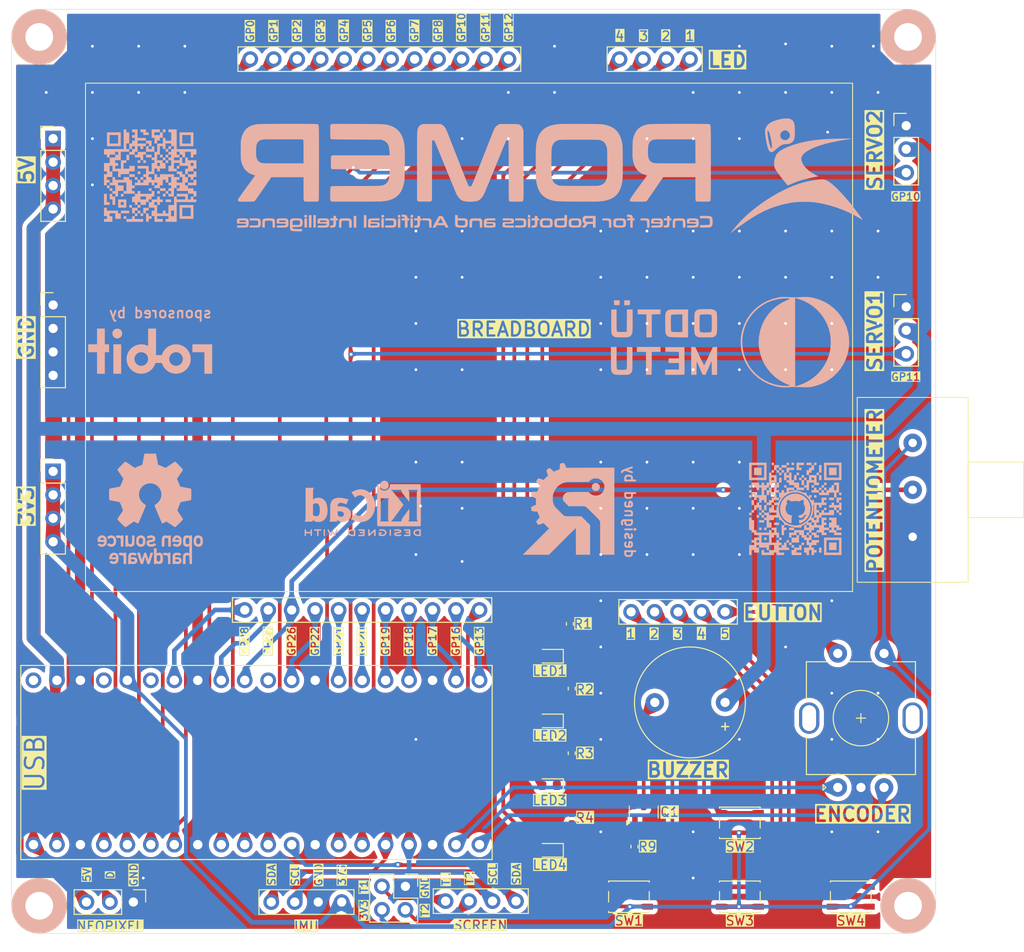
<source format=kicad_pcb>
(kicad_pcb (version 20240108) (generator "pcbnew") (generator_version "8.0")
  (layers (0 "F.Cu" signal) (31 "B.Cu" signal) (34 "B.Paste" user) (35 "F.Paste" user) (36 "B.SilkS" user "B.Silkscreen") (37 "F.SilkS" user "F.Silkscreen") (38 "B.Mask" user) (39 "F.Mask" user) (44 "Edge.Cuts" user))
  (net 0 "")
  (net 1 "Net-(LED1-K)")
  (net 2 "/LED1")
  (net 3 "/LED2")
  (net 4 "Net-(LED2-K)")
  (net 5 "/LED3")
  (net 6 "Net-(LED3-K)")
  (net 7 "/LED4")
  (net 8 "Net-(LED4-K)")
  (net 9 "/BUZZER")
  (net 10 "+5V")
  (net 11 "GND")
  (net 12 "+3.3V")
  (net 13 "/GPIO12")
  (net 14 "/GPIO13")
  (net 15 "/SW1")
  (net 16 "/SW2")
  (net 17 "Net-(BZ1--)")
  (net 18 "/SW4")
  (net 19 "/SW3")
  (net 20 "Net-(Q1-B)")
  (net 21 "/GPIO10")
  (net 22 "/A")
  (net 23 "/B")
  (net 24 "/GPIO11")
  (net 25 "/GPIO0")
  (net 26 "/SW5")
  (net 27 "/GPIO26")
  (net 28 "/GPIO5")
  (net 30 "/GPIO2")
  (net 31 "/GPIO16")
  (net 32 "/GPIO1")
  (net 33 "/GPIO17")
  (net 34 "/GPIO19")
  (net 35 "/GPIO8")
  (net 36 "/GPIO3")
  (net 37 "/GPIO28")
  (net 40 "/GPIO27")
  (net 41 "/GPIO21")
  (net 42 "/GPIO7")
  (net 43 "/GPIO4")
  (net 44 "/GPIO20")
  (net 45 "/GPIO18")
  (net 46 "/GPIO22")
  (net 47 "/GPIO6")
  (net 51 "/T2")
  (net 52 "/T1")
  (footprint "Library:Potentiometer_Omeg_PC16BU_Horizontal" (layer "F.Cu") (at 182.15 84.85)
    (property "Reference" "RV1" (hide yes))
    (property "Value" "R_Potentiometer" (hide yes))
  )
  (footprint "Library:PinHeader_1x12_P2.54mm_Vertical" (layer "F.Cu") (at 110.475 38.25 90)
    (property "Reference" "J6" (hide yes))
    (property "Value" "Conn_01x12" (hide yes))
  )
  (footprint "Library:LED_0603_1608Metric" (layer "F.Cu") (at 142.8625 116.85 180)
    (property "Reference" "LED3")
    (property "Value" "LED")
  )
  (footprint "Library:SOT-23" (layer "F.Cu") (at 153.05 119.7125 90)
    (property "Reference" "Q1")
    (property "Value" "BC817" (hide yes))
  )
  (footprint "Library:MountingHole_3mm" (layer "F.Cu") (at 87.65 129.85)
    (property "Reference" "H3" (hide yes))
    (property "Value" "MountingHole" (hide yes))
  )
  (footprint "Library:MountingHole_3mm" (layer "F.Cu") (at 181.65 129.85)
    (property "Reference" "H4" (hide yes))
    (property "Value" "MountingHole" (hide yes))
  )
  (footprint "Library:Fiducial_1mm_Mask2mm" (layer "F.Cu") (at 100.9 38.35)
    (property "Reference" "FID4" (hide yes))
    (property "Value" "Fiducial" (hide yes))
  )
  (footprint "Library:SW_SPST_PTS810" (layer "F.Cu") (at 151.449293 128.875707 180)
    (property "Reference" "SW1")
    (property "Value" "SW_SPST")
  )
  (footprint "Library:SW_SPST_PTS810" (layer "F.Cu") (at 163.449293 128.875707 180)
    (property "Reference" "SW3")
    (property "Value" "SW_SPST" (hide yes))
  )
  (footprint "Library:LED_0603_1608Metric" (layer "F.Cu") (at 142.8625 102.85 180)
    (property "Reference" "LED1")
    (property "Value" "LED")
  )
  (footprint "Library:R_0402_1005Metric" (layer "F.Cu") (at 145.2625 120.35 90)
    (property "Reference" "R4")
    (property "Value" "R_US" (hide yes))
  )
  (footprint "Library:MountingHole_3mm" (layer "F.Cu") (at 181.65 35.85)
    (property "Reference" "H2" (hide yes))
    (property "Value" "MountingHole" (hide yes))
  )
  (footprint "Library:PinHeader_1x11_P2.54mm_Vertical" (layer "F.Cu") (at 109.88 97.85 90)
    (property "Reference" "J7" (hide yes))
    (property "Value" "Conn_01x11" (hide yes))
  )
  (footprint "Library:R_0402_1005Metric" (layer "F.Cu") (at 152.05 123.45 90)
    (property "Reference" "R9")
    (property "Value" "1K")
  )
  (footprint "Library:PinHeader_1x05_P2.54mm_Vertical" (layer "F.Cu") (at 151.69 98.05 90)
    (property "Reference" "J1" (hide yes))
    (property "Value" "Conn_01x05" (hide yes))
  )
  (footprint "Library:SW_SPST_PTS810" (layer "F.Cu") (at 175.449293 128.875707 180)
    (property "Reference" "SW4")
    (property "Value" "SW_SPST" (hide yes))
  )
  (footprint "Library:RPi_Pico_SMD_TH" (layer "F.Cu") (at 111.15 114.35 90)
    (property "Reference" "U1" (hide yes))
    (property "Value" "Pico" (hide yes))
  )
  (footprint "Library:PinHeader_1x04_P2.54mm_Vertical" (layer "F.Cu") (at 131.61 129.35 90)
    (property "Reference" "J8" (hide yes))
    (property "Value" "SCREEN CONNECTOR" (hide yes))
  )
  (footprint "Library:LED_0603_1608Metric" (layer "F.Cu") (at 142.8625 123.85 180)
    (property "Reference" "LED4")
    (property "Value" "LED")
  )
  (footprint "Library:Fiducial_1mm_Mask2mm" (layer "F.Cu") (at 176.828572 124.1)
    (property "Reference" "FID2" (hide yes))
    (property "Value" "Fiducial" (hide yes))
  )
  (footprint "Library:PinHeader_1x04_P2.54mm_Vertical" (layer "F.Cu") (at 89.15 82.85)
    (property "Reference" "J5" (hide yes))
    (property "Value" "3.3V CONNECTOR" (hide yes))
  )
  (footprint "Library:PinHeader_1x04_P2.54mm_Vertical" (layer "F.Cu") (at 120.37 129.45 -90)
    (property "Reference" "J10" (hide yes))
    (property "Value" "MPU6050 CONNECTOR" (hide yes))
  )
  (footprint "Library:Breadboard" (layer "F.Cu") (at 92.65 40.85)
    (property "Reference" "U2" (hide yes))
    (property "Value" "BREADBOARD" (hide yes))
  )
  (footprint "Library:LED_0603_1608Metric" (layer "F.Cu") (at 142.8625 109.85 180)
    (property "Reference" "LED2")
    (property "Value" "LED")
  )
  (footprint "Library:Buzzer_12mm7.6" (layer "F.Cu") (at 161.85 107.85 180)
    (property "Reference" "BZ1" (hide yes))
    (property "Value" "Buzzer" (hide yes))
  )
  (footprint "Library:PinHeader_1x03_P2.54mm_Vertical" (layer "F.Cu") (at 181.45 45.45)
    (property "Reference" "J9" (hide yes))
    (property "Value" "Conn_01x03" (hide yes))
  )
  (footprint "Library:PinHeader_1x03_P2.54mm_Vertical" (layer "F.Cu") (at 181.45 65.05)
    (property "Reference" "J11" (hide yes))
    (property "Value" "Conn_01x03" (hide yes))
  )
  (footprint "Library:PinHeader_1x04_P2.54mm_Vertical" (layer "F.Cu") (at 89.15 64.85)
    (property "Reference" "J4" (hide yes))
    (property "Value" "GND CONNECTOR" (hide yes))
  )
  (footprint "Library:Fiducial_1mm_Mask2mm" (layer "F.Cu") (at 105.3 129.45)
    (property "Reference" "FID1" (hide yes))
    (property "Value" "Fiducial" (hide yes))
  )
  (footprint "Library:SW_SPST_PTS810" (layer "F.Cu") (at 163.449293 120.875707 180)
    (property "Reference" "SW2")
    (property "Value" "SW_SPST" (hide yes))
  )
  (footprint "Library:R_0402_1005Metric" (layer "F.Cu") (at 145.2625 113.35 90)
    (property "Reference" "R3")
    (property "Value" "R_US" (hide yes))
  )
  (footprint "Library:PinHeader_1x04_P2.54mm_Vertical" (layer "F.Cu") (at 89.15 46.85)
    (property "Reference" "J3" (hide yes))
    (property "Value" "5V CONNECTOR" (hide yes))
  )
  (footprint "Library:PinHeader_1x04_P2.54mm_Vertical" (layer "F.Cu") (at 158.05 38.25 -90)
    (property "Reference" "J2" (hide yes))
    (property "Value" "LED" (hide yes))
  )
  (footprint "Library:PinHeader_1x03_P2.54mm_Vertical" (layer "F.Cu") (at 97.83 129.45 -90)
    (property "Reference" "J12" (hide yes))
    (property "Value" "Conn_01x03" (hide yes))
  )
  (footprint "Connector_PinHeader_2.54mm:PinHeader_2x02_P2.54mm_Vertical" (layer "F.Cu") (at 127.265 127.75 -90)
    (property "Reference" "J13" (hide yes))
    (property "Value" "Polarity Select" (hide yes))
  )
  (footprint "Library:R_0402_1005Metric" (layer "F.Cu") (at 145.2625 106.35 90)
    (property "Reference" "R2")
    (property "Value" "R_US" (hide yes))
  )
  (footprint "Library:Fiducial_1mm_Mask2mm" (layer "F.Cu") (at 168.6375 38.35)
    (property "Reference" "FID3" (hide yes))
    (property "Value" "Fiducial" (hide yes))
  )
  (footprint "Library:R_0402_1005Metric" (layer "F.Cu") (at 145.0625 99.35 90)
    (property "Reference" "R1")
    (property "Value" "R_US" (hide yes))
  )
  (footprint "Library:RotaryEncoder_Alps_EC11E-Switch_Vertical_H20mm" (layer "F.Cu") (at 174.05 117.05 90)
    (property "Reference" "SW5" (hide yes))
    (property "Value" "RotaryEncoder_Switch_MP" (hide yes))
  )
  (footprint "Library:LOGO" (layer "B.Cu") (at 169.45 86.906646 180)
    (property "Reference" "G***" (hide yes))
    (property "Value" "LOGO" (hide yes))
  )
  (footprint "Library:LOGO" (layer "B.Cu") (at 142.65 50.85 180)
    (property "Reference" "G***" (hide yes))
    (property "Value" "LOGO" (hide yes))
  )
  (footprint "Library:KiCad-Logo2_5mm_SilkScreen" (layer "B.Cu") (at 122.65 86.85 180)
    (property "Reference" "REF**" (hide yes))
    (property "Value" "KiCad-Logo2_5mm_SilkScreen" (hide yes))
  )
  (footprint "Library:MountingHole_3mm" (layer "B.Cu") (at 87.65 35.85 180)
    (property "Reference" "H1" (hide yes))
    (property "Value" "MountingHole" (hide yes))
  )
  (footprint "Library:LOGO" (layer "B.Cu") (at 99.655496 69.85 180)
    (property "Reference" "G***" (hide yes))
    (property "Value" "LOGO" (hide yes))
  )
  (footprint "Library:LOGO" (layer "B.Cu") (at 144.9 86.899841 180)
    (property "Reference" "G***" (hide yes))
    (property "Value" "LOGO" (hide yes))
  )
  (footprint "Library:OSHW-Logo_11.4x12mm_SilkScreen" (layer "B.Cu") (at 99.663717 86.89912 180)
    (property "Reference" "REF**" (hide yes))
    (property "Value" "OSHW-Logo_11.4x12mm_SilkScreen" (hide yes))
  )
  (footprint "Library:LOGO" (layer "B.Cu") (at 162.4 68.85 180)
    (property "Reference" "G***" (hide yes))
    (property "Value" "LOGO" (hide yes))
  )
  (footprint "Library:LOGO" (layer "B.Cu") (at 99.65 50.85 180)
    (property "Reference" "G***" (hide yes))
    (property "Value" "LOGO" (hide yes))
  )
  (gr_arc (start 87.65 132.85) (mid 85.52868 131.97132) (end 84.65 129.85) (stroke (width 0.05)) (layer "Edge.Cuts"))
  (gr_line (start 84.65 129.85) (end 84.65 35.85) (stroke (width 0.05)) (layer "Edge.Cuts"))
  (gr_arc (start 84.65 35.85) (mid 85.52868 33.72868) (end 87.65 32.85) (stroke (width 0.05)) (layer "Edge.Cuts"))
  (gr_arc (start 181.65 32.85) (mid 183.77132 33.72868) (end 184.65 35.85) (stroke (width 0.05)) (layer "Edge.Cuts"))
  (gr_arc (start 184.65 129.85) (mid 183.77132 131.97132) (end 181.65 132.85) (stroke (width 0.05)) (layer "Edge.Cuts"))
  (gr_line (start 181.65 132.85) (end 87.65 132.85) (stroke (width 0.05)) (layer "Edge.Cuts"))
  (gr_line (start 87.65 32.85) (end 181.65 32.85) (stroke (width 0.05)) (layer "Edge.Cuts"))
  (gr_line (start 184.65 35.85) (end 184.65 129.85) (stroke (width 0.05)) (layer "Edge.Cuts"))
  (gr_text "sponsored by\n" (at 106.4 66.35 0) (layer "B.SilkS") (effects (font (size 1.1 1.1) (thickness 0.2) (bold yes)) (justify left bottom mirror)))
  (gr_text "designed by\n" (at 150.9 92.35 270) (layer "B.SilkS") (effects (font (size 1.1 1.1) (thickness 0.2) (bold yes)) (justify left bottom mirror)))
  (gr_text "SERVO2\n" (at 178.95 52.560714 90) (layer "F.SilkS" knockout) (effects (font (size 1.5 1.5) (thickness 0.3) (bold yes)) (justify left bottom)))
  (gr_text "3" (at 156.73 100.45 0) (layer "F.SilkS" knockout) (effects (font (size 1 1))))
  (gr_text "ENCODER\n" (at 171.35 120.85 0) (layer "F.SilkS" knockout) (effects (font (size 1.5 1.5) (thickness 0.3) (bold yes)) (justify left bottom)))
  (gr_text "T2" (at 134.66875 127.630952 90) (layer "F.SilkS" knockout) (effects (font (size 0.8 0.8) (thickness 0.15) (bold yes)) (justify left bottom)))
  (gr_text "3V3\n" (at 123.25 131.539762 90) (layer "F.SilkS" knockout) (effects (font (size 0.8 0.8) (thickness 0.15) (bold yes)) (justify left bottom)))
  (gr_text "SCL\n" (at 137.20875 127.630952 90) (layer "F.SilkS" knockout) (effects (font (size 0.8 0.8) (thickness 0.15) (bold yes)) (justify left bottom)))
  (gr_text "3V3\n" (at 120.88875 127.730952 90) (layer "F.SilkS" knockout) (effects (font (size 0.8 0.8) (thickness 0.15) (bold yes)) (justify left bottom)))
  (gr_text "GP11\n" (at 179.743095 73.1 0) (layer "F.SilkS" knockout) (effects (font (size 0.8 0.8) (thickness 0.15) (bold yes)) (justify left bottom)))
  (gr_text "2\n" (at 155.45 35.75 0) (layer "F.SilkS" knockout) (effects (font (size 1 1))))
  (gr_text "GND" (at 129.85 129.114048 90) (layer "F.SilkS" knockout) (effects (font (size 0.8 0.8) (thickness 0.15) (bold yes)) (justify left bottom)))
  (gr_text "T1" (at 132.12875 127.745238 90) (layer "F.SilkS" knockout) (effects (font (size 0.8 0.8) (thickness 0.15) (bold yes)) (justify left bottom)))
  (gr_text "SDA\n" (at 113.26875 127.730952 90) (layer "F.SilkS" knockout) (effects (font (size 0.8 0.8) (thickness 0.15) (bold yes)) (justify left bottom)))
  (gr_text "GND" (at 98.34875 127.845238 90) (layer "F.SilkS" knockout) (effects (font (size 0.8 0.8) (thickness 0.15) (bold yes)) (justify left bottom)))
  (gr_text "GP10" (at 179.743095 53.6 0) (layer "F.SilkS" knockout) (effects (font (size 0.8 0.8) (thickness 0.15) (bold yes)) (justify left bottom)))
  (gr_text "D\n" (at 95.80875 127.02619 90) (layer "F.SilkS" knockout) (effects (font (size 0.8 0.8) (thickness 0.15) (bold yes)) (justify left bottom)))
  (gr_text "BUZZER" (at 153.25 116.05 0) (layer "F.SilkS" knockout) (effects (font (size 1.5 1.5) (thickness 0.3) (bold yes)) (justify left bottom)))
  (gr_text "3V3" (at 87.15 88.85 90) (layer "F.SilkS" knockout) (effects (font (size 1.5 1.5) (thickness 0.3) (bold yes)) (justify left bottom)))
  (gr_text "4" (at 159.27 100.45 0) (layer "F.SilkS" knockout) (effects (font (size 1 1))))
  (gr_text "SCREEN" (at 132.380238 132.55 0) (layer "F.SilkS" knockout) (effects (font (size 1 1)) (justify left bottom)))
  (gr_text "5" (at 161.85 100.45 0) (layer "F.SilkS" knockout) (effects (font (size 1 1))))
  (gr_text "T2" (at 129.85 131.120715 90) (layer "F.SilkS" knockout) (effects (font (size 0.8 0.8) (thickness 0.15) (bold yes)) (justify left bottom)))
  (gr_text "POTENTIOMETER" (at 178.95 93.97143 90) (layer "F.SilkS" knockout) (effects (font (size 1.5 1.5) (thickness 0.3) (bold yes)) (justify left bottom)))
  (gr_text "5V\n" (at 93.26875 127.35 90) (layer "F.SilkS" knockout) (effects (font (size 0.8 0.8) (thickness 0.15) (bold yes)) (justify left bottom)))
  (gr_text "GND" (at 118.34875 127.845238 90) (layer "F.SilkS" knockout) (effects (font (size 0.8 0.8) (thickness 0.15) (bold yes)) (justify left bottom)))
  (gr_text "3" (at 153.05 35.75 0) (layer "F.SilkS" knockout) (effects (font (size 1 1))))
  (gr_text "1\n" (at 151.65 100.45 0) (layer "F.SilkS" knockout) (effects (font (size 1 1))))
  (gr_text "4" (at 150.45 35.75 0) (layer "F.SilkS" knockout) (effects (font (size 1 1))))
  (gr_text "5V" (at 87.15 51.85 90) (layer "F.SilkS" knockout) (effects (font (size 1.5 1.5) (thickness 0.3) (bold yes)) (justify left bottom)))
  (gr_text "NEOPIXEL\n" (at 91.608572 132.65 0) (layer "F.SilkS" knockout) (effects (font (size 1 1) (thickness 0.15) (bold yes)) (justify left bottom)))
  (gr_text "T1" (at 123.25 128.580715 90) (layer "F.SilkS" knockout) (effects (font (size 0.8 0.8) (thickness 0.15) (bold yes)) (justify left bottom)))
  (gr_text "2\n" (at 154.19 100.45 0) (layer "F.SilkS" knockout) (effects (font (size 1 1))))
  (gr_text "SERVO1\n" (at 178.95 72.160714 90) (layer "F.SilkS" knockout) (effects (font (size 1.5 1.5) (thickness 0.3) (bold yes)) (justify left bottom)))
  (gr_text "IMU\n" (at 115.111667 132.65 0) (layer "F.SilkS" knockout) (effects (font (size 1 1)) (justify left bottom)))
  (gr_text "SCL" (at 115.80875 127.75 90) (layer "F.SilkS" knockout) (effects (font (size 0.8 0.8) (thickness 0.15) (bold yes)) (justify left bottom)))
  (gr_text "BUTTON" (at 163.65 99.05 0) (layer "F.SilkS" knockout) (effects (font (size 1.5 1.5) (thickness 0.3) (bold yes)) (justify left bottom)))
  (gr_text "1\n" (at 158.05 35.75 0) (layer "F.SilkS" knockout) (effects (font (size 1 1))))
  (gr_text "SDA" (at 139.74875 127.65 90) (layer "F.SilkS" knockout) (effects (font (size 0.8 0.8) (thickness 0.15) (bold yes)) (justify left bottom)))
  (gr_text "LED" (at 159.85 39.25 0) (layer "F.SilkS" knockout) (effects (font (size 1.5 1.5) (thickness 0.3) (bold yes)) (justify left bottom)))
  (gr_text "GND" (at 87.15 70.85 90) (layer "F.SilkS" knockout) (effects (font (size 1.5 1.5) (thickness 0.3) (bold yes)) (justify left bottom)))
  (segment (start 143.65 102.85) (end 143.65 101.2725) (width 0.4) (layer "F.Cu") (net 1))
  (segment (start 143.65 101.2725) (end 145.0625 99.86) (width 0.4) (layer "F.Cu") (net 1))
  (segment (start 142.075 54.225) (end 158.05 38.25) (width 0.4) (layer "F.Cu") (net 2))
  (segment (start 142.075 102.85) (end 142.075 54.225) (width 0.4) (layer "F.Cu") (net 2))
  (segment (start 140.45 108.05) (end 142.075 109.675) (width 0.4) (layer "F.Cu") (net 3))
  (segment (start 155.51 38.25) (end 140.45 53.31) (width 0.4) (layer "F.Cu") (net 3))
  (segment (start 142.075 109.675) (end 142.075 109.85) (width 0.4) (layer "F.Cu") (net 3))
  (segment (start 140.45 53.31) (end 140.45 108.05) (width 0.4) (layer "F.Cu") (net 3))
  (segment (start 143.65 109.85) (end 143.65 108.4725) (width 0.4) (layer "F.Cu") (net 4))
  (segment (start 143.65 108.4725) (end 145.2625 106.86) (width 0.4) (layer "F.Cu") (net 4))
  (segment (start 142.075 116.85) (end 139.05 113.825) (width 0.4) (layer "F.Cu") (net 5))
  (segment (start 139.05 113.825) (end 139.05 52.17) (width 0.4) (layer "F.Cu") (net 5))
  (segment (start 139.05 52.17) (end 152.97 38.25) (width 0.4) (layer "F.Cu") (net 5))
  (segment (start 143.65 116.85) (end 143.65 115.4725) (width 0.4) (layer "F.Cu") (net 6))
  (segment (start 143.65 115.4725) (end 145.2625 113.86) (width 0.4) (layer "F.Cu") (net 6))
  (segment (start 137.85 50.83) (end 137.85 119.625) (width 0.4) (layer "F.Cu") (net 7))
  (segment (start 137.85 119.625) (end 142.075 123.85) (width 0.4) (layer "F.Cu") (net 7))
  (segment (start 150.43 38.25) (end 137.85 50.83) (width 0.4) (layer "F.Cu") (net 7))
  (segment (start 143.65 123.85) (end 143.65 122.4725) (width 0.4) (layer "F.Cu") (net 8))
  (segment (start 143.65 122.4725) (end 145.2625 120.86) (width 0.4) (layer "F.Cu") (net 8))
  (segment (start 126.5 125.45) (end 150.56 125.45) (width 0.4) (layer "F.Cu") (net 9))
  (segment (start 150.56 125.45) (end 152.05 123.96) (width 0.4) (layer "F.Cu") (net 9))
  (segment (start 126.45 125.4) (end 126.5 125.45) (width 0.4) (layer "F.Cu") (net 9))
  (via (at 126.45 125.4) (size 0.6) (drill 0.3) (layers "F.Cu" "B.Cu") (net 9))
  (segment (start 126.4 125.45) (end 116.45 125.45) (width 0.4) (layer "B.Cu") (net 9))
  (segment (start 116.45 125.45) (end 114.96 123.96) (width 0.4) (layer "B.Cu") (net 9))
  (segment (start 114.96 123.96) (end 114.96 123.24) (width 0.4) (layer "B.Cu") (net 9))
  (segment (start 126.45 125.4) (end 126.4 125.45) (width 0.4) (layer "B.Cu") (net 9))
  (segment (start 87.489695 126.1) (end 89.65 126.1) (width 0.8) (layer "F.Cu") (net 10))
  (segment (start 89.56 105.46) (end 89.56 106.54) (width 0.8) (layer "F.Cu") (net 10))
  (segment (start 85.55 110.55) (end 85.55 124.160305) (width 0.8) (layer "F.Cu") (net 10))
  (segment (start 85.55 124.160305) (end 87.489695 126.1) (width 0.8) (layer "F.Cu") (net 10))
  (segment (start 89.56 105.46) (end 89.56 103.36) (width 1.5) (layer "F.Cu") (net 10))
  (segment (start 89.56 103.36) (end 87.05 100.85) (width 1.5) (layer "F.Cu") (net 10))
  (segment (start 89.56 106.54) (end 85.55 110.55) (width 0.8) (layer "F.Cu") (net 10))
  (segment (start 87.05 100.85) (end 87.05 56.57) (width 1.5) (layer "F.Cu") (net 10))
  (segment (start 89.15 54.47) (end 89.15 46.85) (width 1.5) (layer "F.Cu") (net 10))
  (segment (start 87.05 56.57) (end 89.15 54.47) (width 1.5) (layer "F.Cu") (net 10))
  (segment (start 89.65 126.1) (end 93 129.45) (width 0.8) (layer "F.Cu") (net 10))
  (segment (start 179.25 78.25) (end 183.4 74.1) (width 1.5) (layer "B.Cu") (net 10))
  (segment (start 182.91 67.59) (end 183.4 67.1) (width 1.5) (layer "B.Cu") (net 10))
  (segment (start 166.05 78.25) (end 179.25 78.25) (width 1.5) (layer "B.Cu") (net 10))
  (segment (start 87.02 100.82) (end 89.56 103.36) (width 1.5) (layer "B.Cu") (net 10))
  (segment (start 181.45 67.59) (end 182.91 67.59) (width 1.5) (layer "B.Cu") (net 10))
  (segment (start 166.05 103.65) (end 161.85 107.85) (width 1.5) (layer "B.Cu") (net 10))
  (segment (start 183.4 48.65) (end 182.74 47.99) (width 1.5) (layer "B.Cu") (net 10))
  (segment (start 89.56 103.36) (end 89.56 105.46) (width 1.5) (layer "B.Cu") (net 10))
  (segment (start 182.74 47.99) (end 181.45 47.99) (width 1.5) (layer "B.Cu") (net 10))
  (segment (start 166.05 78.25) (end 166.05 103.65) (width 1.5) (layer "B.Cu") (net 10))
  (segment (start 182.19 67.59) (end 181.45 67.59) (width 1.5) (layer "B.Cu") (net 10))
  (segment (start 87.02 56.6) (end 87.02 78.25) (width 1.5) (layer "B.Cu") (net 10))
  (segment (start 183.4 74.1) (end 183.4 68.8) (width 1.5) (layer "B.Cu") (net 10))
  (segment (start 89.15 54.47) (end 87.02 56.6) (width 1.5) (layer "B.Cu") (net 10))
  (segment (start 183.4 68.8) (end 182.19 67.59) (width 1.5) (layer "B.Cu") (net 10))
  (segment (start 183.4 67.1) (end 183.4 48.65) (width 1.5) (layer "B.Cu") (net 10))
  (segment (start 87.02 78.25) (end 87.02 100.82) (width 1.5) (layer "B.Cu") (net 10))
  (segment (start 87.02 78.25) (end 166.05 78.25) (width 1.5) (layer "B.Cu") (net 10))
  (segment (start 89.15 72.47) (end 89.15 64.85) (width 1.5) (layer "F.Cu") (net 11))
  (via (at 163.4 56.85) (size 0.6) (drill 0.3) (layers "F.Cu" "B.Cu") (net 11))
  (via (at 163.4 61.85) (size 0.6) (drill 0.3) (layers "F.Cu" "B.Cu") (net 11))
  (via (at 168.4 36.6) (size 0.6) (drill 0.3) (layers "F.Cu" "B.Cu") (net 11))
  (via (at 148.4 91.85) (size 0.6) (drill 0.3) (layers "F.Cu" "B.Cu") (net 11))
  (via (at 153.4 91.85) (size 0.6) (drill 0.3) (layers "F.Cu" "B.Cu") (net 11))
  (via (at 168.4 66.85) (size 0.6) (drill 0.3) (layers "F.Cu" "B.Cu") (net 11))
  (via (at 128.4 56.85) (size 0.6) (drill 0.3) (layers "F.Cu" "B.Cu") (net 11))
  (via (at 143.4 41.85) (size 0.6) (drill 0.3) (layers "F.Cu" "B.Cu") (net 11))
  (via (at 173.4 36.85) (size 0.6) (drill 0.3) (layers "F.Cu" "B.Cu") (net 11))
  (via (at 148.4 56.85) (size 0.6) (drill 0.3) (layers "F.Cu" "B.Cu") (net 11))
  (via (at 173.4 56.85) (size 0.6) (drill 0.3) (layers "F.Cu" "B.Cu") (net 11))
  (via (at 158.4 41.85) (size 0.6) (drill 0.3) (layers "F.Cu" "B.Cu") (net 11))
  (via (at 178.4 66.85) (size 0.6) (drill 0.3) (layers "F.Cu" "B.Cu") (net 11))
  (via (at 128.4 81.85) (size 0.6) (drill 0.3) (layers "F.Cu" "B.Cu") (net 11))
  (via (at 93.4 46.85) (size 0.6) (drill 0.3) (layers "F.Cu" "B.Cu") (net 11))
  (via (at 103.4 36.85) (size 0.6) (drill 0.3) (layers "F.Cu" "B.Cu") (net 11))
  (via (at 153.4 86.85) (size 0.6) (drill 0.3) (layers "F.Cu" "B.Cu") (net 11))
  (via (at 158.4 126.85) (size 0.6) (drill 0.3) (layers "F.Cu" "B.Cu") (net 11))
  (via (at 133.4 56.85) (size 0.6) (drill 0.3) (layers "F.Cu" "B.Cu") (net 11))
  (via (at 133.4 71.85) (size 0.6) (drill 0.3) (layers "F.Cu" "B.Cu") (net 11))
  (via (at 88.4 41.85) (size 0.6) (drill 0.3) (layers "F.Cu" "B.Cu") (net 11))
  (via (at 173.4 41.85) (size 0.6) (drill 0.3) (layers "F.Cu" "B.Cu") (net 11))
  (via (at 148.4 81.85) (size 0.6) (drill 0.3) (layers "F.Cu" "B.Cu") (net 11))
  (via (at 173.4 111.85) (size 0.6) (drill 0.3) (layers "F.Cu" "B.Cu") (net 11))
  (via (at 148.4 66.85) (size 0.6) (drill 0.3) (layers "F.Cu" "B.Cu") (net 11))
  (via (at 158.4 61.85) (size 0.6) (drill 0.3) (layers "F.Cu" "B.Cu") (net 11))
  (via (at 158.4 86.85) (size 0.6) (drill 0.3) (layers "F.Cu" "B.Cu") (net 11))
  (via (at 128.4 71.85) (size 0.6) (drill 0.3) (layers "F.Cu" "B.Cu") (net 11))
  (via (at 163.4 91.85) (size 0.6) (drill 0.3) (layers "F.Cu" "B.Cu") (net 11))
  (via (at 168.4 101.85) (size 0.6) (drill 0.3) (layers "F.Cu" "B.Cu") (net 11))
  (via (at 128.4 91.85) (size 0.6) (drill 0.3) (layers "F.Cu" "B.Cu") (net 11))
  (via (at 153.4 56.85) (size 0.6) (drill 0.3) (layers "F.Cu" "B.Cu") (net 11))
  (via (at 138.4 41.85) (size 0.6) (drill 0.3) (layers "F.Cu" "B.Cu") (net 11))
  (via (at 158.4 81.85) (size 0.6) (drill 0.3) (layers "F.Cu" "B.Cu") (net 11))
  (via (at 178.4 71.85) (size 0.6) (drill 0.3) (layers "F.Cu" "B.Cu") (net 11))
  (via (at 148.4 101.85) (size 0.6) (drill 0.3) (layers "F.Cu" "B.Cu") (net 11))
  (via (at 133.4 81.85) (size 0.6) (drill 0.3) (layers "F.Cu" "B.Cu") (net 11))
  (via (at 93.4 51.85) (size 0.6) (drill 0.3) (layers "F.Cu" "B.Cu") (net 11))
  (via (at 173.4 71.85) (size 0.6) (drill 0.3) (layers "F.Cu" "B.Cu") (net 11))
  (via (at 163.4 66.85) (size 0.6) (drill 0.3) (layers "F.Cu" "B.Cu") (net 11))
  (via (at 148.4 106.85) (size 0.6) (drill 0.3) (layers "F.Cu" "B.Cu") (net 11))
  (via (at 178.4 46.85) (size 0.6) (drill 0.3) (layers "F.Cu" "B.Cu") (net 11))
  (via (at 178.4 121.85) (size 0.6) (drill 0.3) (layers "F.Cu" "B.Cu") (net 11))
  (via (at 163.4 81.85) (size 0.6) (drill 0.3) (layers "F.Cu" "B.Cu") (net 11))
  (via (at 168.4 71.85) (size 0.6) (drill 0.3) (layers "F.Cu" "B.Cu") (net 11))
  (via (at 177.9 36.85) (size 0.6) (drill 0.3) (layers "F.Cu" "B.Cu") (net 11))
  (via (at 163.4 71.85) (size 0.6) (drill 0.3) (layers "F.Cu" "B.Cu") (net 11))
  (via (at 173.4 106.85) (size 0.6) (drill 0.3) (layers "F.Cu" "B.Cu") (net 11))
  (via (at 163.4 86.85) (size 0.6) (drill 0.3) (layers "F.Cu" "B.Cu") (net 11))
  (via (at 148.4 121.85) (size 0.6) (drill 0.3) (layers "F.Cu" "B.Cu") (net 11))
  (via (at 133.4 92.6) (size 0.6) (drill 0.3) (layers "F.Cu" "B.Cu") (net 11))
  (via (at 93.4 41.85) (size 0.6) (drill 0.3) (layers "F.Cu" "B.Cu") (net 11))
  (via (at 148.4 96.85) (size 0.6) (drill 0.3) (layers "F.Cu" "B.Cu") (net 11))
  (via (at 163.4 36.85) (size 0.6) (drill 0.3) (layers "F.Cu" "B.Cu") (net 11))
  (via (at 172.95 46.15) (size 0.6) (drill 0.3) (layers "F.Cu" "B.Cu") (net 11))
  (via (at 173.4 121.85) (size 0.6) (drill 0.3) (layers "F.Cu" "B.Cu") (net 11))
  (via (at 173.4 96.85) (size 0.6) (drill 0.3) (layers "F.Cu" "B.Cu") (net 11))
  (via (at 93.4 36.85) (size 0.6) (drill 0.3) (layers "F.Cu" "B.Cu") (net 11))
  (via (at 153.4 61.85) (size 0.6) (drill 0.3) (layers "F.Cu" "B.Cu") (net 11))
  (via (at 158.4 46.85) (size 0.6) (drill 0.3) (layers "F.Cu" "B.Cu") (net 11))
  (via (at 153.4 81.85) (size 0.6) (drill 0.3) (layers "F.Cu" "B.Cu") (net 11))
  (via (at 178.4 41.85) (size 0.6) (drill 0.3) (layers "F.Cu" "B.Cu") (net 11))
  (via (at 178.4 61.85) (size 0.6) (drill 0.3) (layers "F.Cu" "B.Cu") (net 11))
  (via (at 163.4 111.85) (size 0.6) (drill 0.3) (layers "F.Cu" "B.Cu") (net 11))
  (via (at 98.4 36.85) (size 0.6) (drill 0.3) (layers "F.Cu" "B.Cu") (net 11))
  (via (at 158.4 56.85) (size 0.6) (drill 0.3) (layers "F.Cu" "B.Cu") (net 11))
  (via (at 168.4 41.85) (size 0.6) (drill 0.3) (layers "F.Cu" "B.Cu") (net 11))
  (via (at 133.4 61.85) (size 0.6) (drill 0.3) (layers "F.Cu" "B.Cu") (net 11))
  (via (at 98.4 41.85) (size 0.6) (drill 0.3) (layers "F.Cu" "B.Cu") (net 11))
  (via (at 153.4 71.85) (size 0.6) (drill 0.3) (layers "F.Cu" "B.Cu") (net 11))
  (via (at 133.4 86.85) (size 0.6) (drill 0.3) (layers "F.Cu" "B.Cu") (net 11))
  (via (at 133.4 46.85) (size 0.6) (drill 0.3) (layers "F.Cu" "B.Cu") (net 11))
  (via (at 173.4 66.85) (size 0.6) (drill 0.3) (layers "F.Cu" "B.Cu") (net 11))
  (via (at 158.4 71.85) (size 0.6) (drill 0.3) (layers "F.Cu" "B.Cu") (net 11))
  (via (at 148.4 86.85) (size 0.6) (drill 0.3) (layers "F.Cu" "B.Cu") (net 11))
  (via (at 158.4 91.85) (size 0.6) (drill 0.3) (layers "F.Cu" "B.Cu") (net 11))
  (via (at 168.4 61.85) (size 0.6) (drill 0.3) (layers "F.Cu" "B.Cu") (net 11))
  (via (at 158.4 66.85) (size 0.6) (drill 0.3) (layers "F.Cu" "B.Cu") (net 11))
  (via (at 128.4 66.85) (size 0.6) (drill 0.3) (layers "F.Cu" "B.Cu") (net 11))
  (via (at 163.4 41.85) (size 0.6) (drill 0.3) (layers "F.Cu" "B.Cu") (net 11))
  (via (at 148.4 61.85) (size 0.6) (drill 0.3) (layers "F.Cu" "B.Cu") (net 11))
  (via (at 153.4 66.85) (size 0.6) (drill 0.3) (layers "F.Cu" "B.Cu") (net 11))
  (via (at 103.4 41.85) (size 0.6) (drill 0.3) (layers "F.Cu" "B.Cu") (net 11))
  (via (at 128.9 86.6) (size 0.6) (drill 0.3) (layers "F.Cu" "B.Cu") (net 11))
  (via (at 133.4 66.85) (size 0.6) (drill 0.3) (layers "F.Cu" "B.Cu") (net 11))
  (via (at 148.4 111.85) (size 0.6) (drill 0.3) (layers "F.Cu" "B.Cu") (net 11))
  (via (at 168.4 56.85) (size 0.6) (drill 0.3) (layers "F.Cu" "B.Cu") (net 11))
  (via (at 153.4 46.85) (size 0.6) (drill 0.3) (layers "F.Cu" "B.Cu") (net 11))
  (via (at 98.9 126.85) (size 0.6) (drill 0.3) (layers "F.Cu" "B.Cu") (net 11))
  (via (at 138.4 46.85) (size 0.6) (drill 0.3) (layers "F.Cu" "B.Cu") (net 11))
  (via (at 158.4 121.85) (size 0.6) (drill 0.3) (layers "F.Cu" "B.Cu") (net 11))
  (via (at 178.4 111.85) (size 0.6) (drill 0.3) (layers "F.Cu" "B.Cu") (net 11))
  (via (at 128.4 111.85) (size 0.6) (drill 0.3) (layers "F.Cu" "B.Cu") (net 11))
  (via (at 178.4 56.85) (size 0.6) (drill 0.3) (layers "F.Cu" "B.Cu") (net 11))
  (via (at 143.4 111.85) (size 0.6) (drill 0.3) (layers "F.Cu" "B.Cu") (net 11))
  (via (at 143.4 36.85) (size 0.6) (drill 0.3) (layers "F.Cu" "B.Cu") (net 11))
  (via (at 128.4 61.85) (size 0.6) (drill 0.3) (layers "F.Cu" "B.Cu") (net 11))
  (via (at 178.4 106.85) (size 0.6) (drill 0.3) (layers "F.Cu" "B.Cu") (net 11))
  (via (at 163.4 46.85) (size 0.6) (drill 0.3) (layers "F.Cu" "B.Cu") (net 11))
  (via (at 148.4 71.85) (size 0.6) (drill 0.3) (layers "F.Cu" "B.Cu") (net 11))
  (via (at 173.4 61.85) (size 0.6) (drill 0.3) (layers "F.Cu" "B.Cu") (net 11))
  (segment (start 153.524293 129.950707) (end 153.498586 129.925) (width 0.4) (layer "F.Cu") (net 12))
  (segment (start 173.2 129.95) (end 173.225 129.925) (width 0.5) (layer "F.Cu") (net 12))
  (segment (start 153.498586 129.925) (end 149.85 129.925) (width 0.4) (layer "F.Cu") (net 12))
  (segment (start 89.15 90.47) (end 89.15 82.85) (width 1.5) (layer "F.Cu") (net 12))
  (segment (start 173.225 129.925) (end 177.475 129.925) (width 0.5) (layer "F.Cu") (net 12))
  (segment (start 161.374293 121.950707) (end 165.524293 121.950707) (width 0.5) (layer "F.Cu") (net 12))
  (segment (start 161.374293 129.950707) (end 165.524293 129.950707) (width 0.5) (layer "F.Cu") (net 12))
  (segment (start 151.55 129.95) (end 151.550707 129.950707) (width 0.4) (layer "F.Cu") (net 12))
  (via (at 151.55 129.95) (size 0.6) (drill 0.3) (layers "F.Cu" "B.Cu") (net 12))
  (via (at 175.45 129.925) (size 0.6) (drill 0.3) (layers "F.Cu" "B.Cu") (net 12))
  (via (at 163.35 121.950707) (size 0.6) (drill 0.3) (layers "F.Cu" "B.Cu") (net 12))
  (via (at 163.35 129.95) (size 0.6) (drill 0.3) (layers "F.Cu" "B.Cu") (net 12))
  (segment (start 124.725 131.325) (end 124.725 130.29) (width 0.5) (layer "B.Cu") (net 12))
  (segment (start 125.5 132.1) (end 149.4 132.1) (width 0.5) (layer "B.Cu") (net 12))
  (segment (start 120.37 129.45) (end 120.37 129.57) (width 0.5) (layer "B.Cu") (net 12))
  (segment (start 103.51 124.51) (end 103.51 111.79) (width 0.4) (layer "B.Cu") (net 12))
  (segment (start 120.35 129.45) (end 120.37 129.45) (width 0.5) (layer "B.Cu") (net 12))
  (segment (start 89.15 90.55) (end 97.18 98.58) (width 1.5) (layer "B.Cu") (net 12))
  (segment (start 179.05 82.87) (end 179.05 102.55) (width 0.4) (layer "B.Cu") (net 12))
  (segment (start 163.35 121.950707) (end 163.35 129.95) (width 0.4) (layer "B.Cu") (net 12))
  (segment (start 120.37 129.57) (end 122.9 132.1) (width 0.5) (layer "B.Cu") (net 12))
  (segment (start 125.45 132.05) (end 125.5 132.1) (width 0.5) (layer "B.Cu") (net 12))
  (segment (start 118.15 131.65) (end 120.35 129.45) (width 0.5) (layer "B.Cu") (net 12))
  (segment (start 175.575 129.925) (end 183.95 121.55) (width 0.4) (layer "B.Cu") (net 12))
  (segment (start 183.95 107.45) (end 179.05 102.55) (width 0.4) (layer "B.Cu") (net 12))
  (segment (start 182.15 79.77) (end 179.05 82.87) (width 0.4) (layer "B.Cu") (net 12))
  (segment (start 110.65 131.65) (end 118.15 131.65) (width 0.5) (layer "B.Cu") (net 12))
  (segment (start 149.4 132.1) (end 151.55 129.95) (width 0.5) (layer "B.Cu") (net 12))
  (segment (start 97.18 98.58) (end 97.18 105.46) (width 1.5) (layer "B.Cu") (net 12))
  (segment (start 175.45 129.925) (end 175.575 129.925) (width 0.4) (layer "B.Cu") (net 12))
  (segment (start 125.45 132.05) (end 124.725 131.325) (width 0.5) (layer "B.Cu") (net 12))
  (segment (start 151.55 129.95) (end 175.425 129.95) (width 0.4) (layer "B.Cu") (net 12))
  (segment (start 106.35 127.35) (end 110.65 131.65) (width 0.5) (layer "B.Cu") (net 12))
  (segment (start 122.9 132.1) (end 125.4 132.1) (width 0.5) (layer "B.Cu") (net 12))
  (segment (start 125.4 132.1) (end 125.45 132.05) (width 0.5) (layer "B.Cu") (net 12))
  (segment (start 89.15 90.47) (end 89.15 90.55) (width 1.5) (layer "B.Cu") (net 12))
  (segment (start 103.51 111.79) (end 97.18 105.46) (width 0.4) (layer "B.Cu") (net 12))
  (segment (start 106.35 127.35) (end 103.51 124.51) (width 0.4) (layer "B.Cu") (net 12))
  (segment (start 183.95 121.55) (end 183.95 107.45) (width 0.4) (layer "B.Cu") (net 12))
  (segment (start 175.425 129.95) (end 175.45 129.925) (width 0.4) (layer "B.Cu") (net 12))
  (segment (start 112.75 128.45) (end 112.75 129.45) (width 0.5) (layer "F.Cu") (net 13))
  (segment (start 123.83 117.83) (end 125.45 119.45) (width 0.4) (layer "F.Cu") (net 13))
  (segment (start 125.45 119.45) (end 125.45 122.91) (width 0.4) (layer "F.Cu") (net 13))
  (segment (start 139.23 129.35) (end 139.23 129.33) (width 0.5) (layer "F.Cu") (net 13))
  (segment (start 125.45 122.91) (end 125.12 123.24) (width 0.4) (layer "F.Cu") (net 13))
  (segment (start 125.12 124.78) (end 123.75 126.15) (width 0.4) (layer "F.Cu") (net 13))
  (segment (start 123.83 52.835) (end 123.83 117.83) (width 0.4) (layer "F.Cu") (net 13))
  (segment (start 136.05 126.15) (end 123.75 126.15) (width 0.5) (layer "F.Cu") (net 13))
  (segment (start 139.23 129.33) (end 136.05 126.15) (width 0.5) (layer "F.Cu") (net 13))
  (segment (start 125.12 123.24) (end 125.12 124.78) (width 0.4) (layer "F.Cu") (net 13))
  (segment (start 123.75 126.15) (end 115.05 126.15) (width 0.5) (layer "F.Cu") (net 13))
  (segment (start 115.05 126.15) (end 112.75 128.45) (width 0.5) (layer "F.Cu") (net 13))
  (segment (start 138.415 38.25) (end 123.83 52.835) (width 0.4) (layer "F.Cu") (net 13))
  (segment (start 134.03 113.87) (end 127.66 120.24) (width 0.4) (layer "F.Cu") (net 14))
  (segment (start 134.03 99.1) (end 134.03 113.87) (width 0.4) (layer "F.Cu") (net 14))
  (segment (start 135.28 97.85) (end 134.03 99.1) (width 0.4) (layer "F.Cu") (net 14))
  (segment (start 127.66 120.24) (end 127.66 123.24) (width 0.4) (layer "F.Cu") (net 14))
  (segment (start 127.66 126.25) (end 133.59 126.25) (width 0.5) (layer "B.Cu") (net 14))
  (segment (start 115.29 128.71) (end 115.29 129.45) (width 0.5) (layer "B.Cu") (net 14))
  (segment (start 127.66 125.65) (end 127.66 126.25) (width 0.5) (layer "B.Cu") (net 14))
  (segment (start 127.66 123.24) (end 127.66 126.25) (width 0.5) (layer "B.Cu") (net 14))
  (segment (start 133.59 126.25) (end 136.69 129.35) (width 0.5) (layer "B.Cu") (net 14))
  (segment (start 117.75 126.25) (end 115.29 128.71) (width 0.5) (layer "B.Cu") (net 14))
  (segment (start 127.66 126.25) (end 117.75 126.25) (width 0.5) (layer "B.Cu") (net 14))
  (segment (start 153.725 127.775) (end 156.15 125.35) (width 0.4) (layer "F.Cu") (net 15))
  (segment (start 156.15 102.51) (end 151.69 98.05) (width 0.4) (layer "F.Cu") (net 15))
  (segment (start 149.374293 127.800707) (end 153.524293 127.800707) (width 0.5) (layer "F.Cu") (net 15))
  (segment (start 156.15 125.35) (end 156.15 102.51) (width 0.4) (layer "F.Cu") (net 15))
  (segment (start 154.23 98.05) (end 159.575 103.395) (width 0.4) (layer "F.Cu") (net 16))
  (segment (start 161.374293 119.800707) (end 165.05 119.800707) (width 0.4) (layer "F.Cu") (net 16))
  (segment (start 159.575 103.395) (end 159.575 118.001414) (width 0.4) (layer "F.Cu") (net 16))
  (segment (start 159.575 118.001414) (end 161.374293 119.800707) (width 0.4) (layer "F.Cu") (net 16))
  (segment (start 153.05 109.05) (end 154.25 107.85) (width 0.4) (layer "F.Cu") (net 17))
  (segment (start 153.05 118.775) (end 153.05 109.05) (width 0.4) (layer "F.Cu") (net 17))
  (segment (start 168.75 107.49) (end 168.75 123.25) (width 0.4) (layer "F.Cu") (net 18))
  (segment (start 159.31 98.05) (end 168.75 107.49) (width 0.4) (layer "F.Cu") (net 18))
  (segment (start 168.75 123.25) (end 173.275 127.775) (width 0.4) (layer "F.Cu") (net 18))
  (segment (start 173.275 127.775) (end 177.498586 127.775) (width 0.4) (layer "F.Cu") (net 18))
  (segment (start 177.498586 127.775) (end 177.524293 127.800707) (width 0.4) (layer "F.Cu") (net 18))
  (segment (start 156.77 98.05) (end 166.95 108.23) (width 0.4) (layer "F.Cu") (net 19))
  (segment (start 166.95 126.375) (end 165.55 127.775) (width 0.4) (layer "F.Cu") (net 19))
  (segment (start 166.95 108.23) (end 166.95 126.375) (width 0.4) (layer "F.Cu") (net 19))
  (segment (start 161.374293 127.800707) (end 165.524293 127.800707) (width 0.5) (layer "F.Cu") (net 19))
  (segment (start 152.05 122.94) (end 152.05 120.7) (width 0.4) (layer "F.Cu") (net 20))
  (segment (start 152.05 120.7) (end 152.1 120.65) (width 0.4) (layer "F.Cu") (net 20))
  (segment (start 118.79 88.51) (end 118.7 88.42) (width 0.4) (layer "F.Cu") (net 21))
  (segment (start 120.04 120.84) (end 118.79 119.59) (width 0.4) (layer "F.Cu") (net 21))
  (segment (start 120.04 123.24) (end 120.04 120.84) (width 0.4) (layer "F.Cu") (net 21))
  (segment (start 118.7 52.885) (end 133.335 38.25) (width 0.4) (layer "F.Cu") (net 21))
  (segment (start 118.7 88.42) (end 118.7 52.885) (width 0.4) (layer "F.Cu") (net 21))
  (segment (start 118.79 119.59) (end 118.79 88.51) (width 0.4) (layer "F.Cu") (net 21))
  (via (at 121.62125 49.96375) (size 0.6) (drill 0.3) (layers "F.Cu" "B.Cu") (net 21))
  (segment (start 122.33 50.53) (end 121.65 49.85) (width 0.4) (layer "B.Cu") (net 21))
  (segment (start 181.45 50.53) (end 122.33 50.53) (width 0.4) (layer "B.Cu") (net 21))
  (segment (start 132.74 123.24) (end 138.93 117.05) (width 0.4) (layer "B.Cu") (net 22))
  (segment (start 138.93 117.05) (end 174.05 117.05) (width 0.4) (layer "B.Cu") (net 22))
  (segment (start 179.05 118.464213) (end 179.05 117.05) (width 0.4) (layer "B.Cu") (net 23))
  (segment (start 177.464213 120.05) (end 179.05 118.464213) (width 0.4) (layer "B.Cu") (net 23))
  (segment (start 135.28 123.24) (end 138.47 120.05) (width 0.4) (layer "B.Cu") (net 23))
  (segment (start 138.47 120.05) (end 177.464213 120.05) (width 0.4) (layer "B.Cu") (net 23))
  (segment (start 121.39 70.19) (end 121.33 70.13) (width 0.4) (layer "F.Cu") (net 24))
  (segment (start 121.33 52.795) (end 135.875 38.25) (width 0.4) (layer "F.Cu") (net 24))
  (segment (start 121.39 70.19) (end 121.33 70.25) (width 0.4) (layer "F.Cu") (net 24))
  (segment (start 121.33 118.53) (end 122.58 119.78) (width 0.4) (layer "F.Cu") (net 24))
  (segment (start 121.33 70.13) (end 121.33 52.795) (width 0.4) (layer "F.Cu") (net 24))
  (segment (start 122.58 119.78) (end 122.58 123.24) (width 0.4) (layer "F.Cu") (net 24))
  (segment (start 121.33 70.25) (end 121.33 118.53) (width 0.4) (layer "F.Cu") (net 24))
  (via (at 121.39 70.19) (size 0.6) (drill 0.3) (layers "F.Cu" "B.Cu") (net 24))
  (segment (start 121.45 70.13) (end 181.45 70.13) (width 0.4) (layer "B.Cu") (net 24))
  (segment (start 121.39 70.19) (end 121.45 70.13) (width 0.4) (layer "B.Cu") (net 24))
  (segment (start 110.475 38.25) (end 90.81 57.915) (width 0.4) (layer "F.Cu") (net 25))
  (segment (start 95.29 128.74) (end 95.29 129.45) (width 0.4) (layer "F.Cu") (net 25))
  (segment (start 90.81 110.69) (end 87.02 114.48) (width 0.4) (layer "F.Cu") (net 25))
  (segment (start 90.81 57.915) (end 90.81 110.69) (width 0.4) (layer "F.Cu") (net 25))
  (segment (start 87.02 114.48) (end 87.02 123.24) (width 0.4) (layer "F.Cu") (net 25))
  (segment (start 87.02 123.24) (end 88.88 125.1) (width 0.4) (layer "F.Cu") (net 25))
  (segment (start 91.65 125.1) (end 95.29 128.74) (width 0.4) (layer "F.Cu") (net 25))
  (segment (start 87.02 123.62) (end 87.02 123.24) (width 0.5) (layer "F.Cu") (net 25))
  (segment (start 88.88 125.1) (end 91.65 125.1) (width 0.4) (layer "F.Cu") (net 25))
  (segment (start 161.85 98.05) (end 169.55 98.05) (width 0.4) (layer "F.Cu") (net 26))
  (segment (start 169.55 98.05) (end 174.05 102.55) (width 0.4) (layer "F.Cu") (net 26))
  (segment (start 161.65 84.85) (end 182.15 84.85) (width 0.5) (layer "F.Cu") (net 27))
  (via (at 161.65 84.85) (size 0.6) (drill 0.3) (layers "F.Cu" "B.Cu") (net 27))
  (segment (start 114.96 99.14) (end 114.96 97.85) (width 0.5) (layer "B.Cu") (net 27))
  (segment (start 114.96 94.74) (end 114.96 97.85) (width 0.5) (layer "B.Cu") (net 27))
  (segment (start 124.85 84.85) (end 114.96 94.74) (width 0.5) (layer "B.Cu") (net 27))
  (segment (start 109.88 104.22) (end 114.96 99.14) (width 0.5) (layer "B.Cu") (net 27))
  (segment (start 161.65 84.85) (end 124.85 84.85) (width 0.5) (layer "B.Cu") (net 27))
  (segment (start 109.88 105.46) (end 109.88 104.22) (width 0.5) (layer "B.Cu") (net 27))
  (segment (start 103.51 120.19) (end 103.51 57.915) (width 0.4) (layer "F.Cu") (net 28))
  (segment (start 102.26 123.24) (end 102.26 121.44) (width 0.4) (layer "F.Cu") (net 28))
  (segment (start 103.51 57.915) (end 123.175 38.25) (width 0.4) (layer "F.Cu") (net 28))
  (segment (start 102.26 121.44) (end 103.51 120.19) (width 0.4) (layer "F.Cu") (net 28))
  (segment (start 95.89 119.41) (end 94.64 120.66) (width 0.4) (layer "F.Cu") (net 30))
  (segment (start 94.64 120.66) (end 94.64 123.24) (width 0.4) (layer "F.Cu") (net 30))
  (segment (start 115.555 38.25) (end 95.89 57.915) (width 0.4) (layer "F.Cu") (net 30))
  (segment (start 95.89 57.915) (end 95.89 119.41) (width 0.4) (layer "F.Cu") (net 30))
  (segment (start 132.74 97.85) (end 132.74 100.34) (width 0.5) (layer "B.Cu") (net 31))
  (segment (start 132.74 100.34) (end 135.28 102.88) (width 0.5) (layer "B.Cu") (net 31))
  (segment (start 135.28 102.88) (end 135.28 105.46) (width 0.5) (layer "B.Cu") (net 31))
  (segment (start 93.35 115.75) (end 93.35 57.915) (width 0.4) (layer "F.Cu") (net 32))
  (segment (start 89.56 123.24) (end 89.56 119.54) (width 0.4) (layer "F.Cu") (net 32))
  (segment (start 89.56 119.54) (end 93.35 115.75) (width 0.4) (layer "F.Cu") (net 32))
  (segment (start 93.35 57.915) (end 113.015 38.25) (width 0.4) (layer "F.Cu") (net 32))
  (segment (start 132.74 105.46) (end 132.74 103.74) (width 0.5) (layer "B.Cu") (net 33))
  (segment (start 130.2 101.2) (end 130.2 97.85) (width 0.5) (layer "B.Cu") (net 33))
  (segment (start 132.74 103.74) (end 130.2 101.2) (width 0.5) (layer "B.Cu") (net 33))
  (segment (start 125.12 105.46) (end 125.12 97.85) (width 0.5) (layer "B.Cu") (net 34))
  (segment (start 112.42 120.68) (end 113.67 119.43) (width 0.4) (layer "F.Cu") (net 35))
  (segment (start 113.67 55.375) (end 130.795 38.25) (width 0.4) (layer "F.Cu") (net 35))
  (segment (start 112.42 123.24) (end 112.42 120.68) (width 0.4) (layer "F.Cu") (net 35))
  (segment (start 113.67 119.43) (end 113.67 55.375) (width 0.4) (layer "F.Cu") (net 35))
  (segment (start 97.05 121.25) (end 98.43 119.87) (width 0.4) (layer "F.Cu") (net 36))
  (segment (start 98.43 119.87) (end 98.43 57.915) (width 0.4) (layer "F.Cu") (net 36))
  (segment (start 97.05 123.11) (end 97.05 121.25) (width 0.4) (layer "F.Cu") (net 36))
  (segment (start 98.43 57.915) (end 118.095 38.25) (width 0.4) (layer "F.Cu") (net 36))
  (segment (start 97.18 123.24) (end 97.05 123.11) (width 0.4) (layer "F.Cu") (net 36))
  (segment (start 106.65 97.85) (end 109.88 97.85) (width 0.5) (layer "B.Cu") (net 37))
  (segment (start 102.26 102.24) (end 106.65 97.85) (width 0.5) (layer "B.Cu") (net 37))
  (segment (start 102.26 105.46) (end 102.26 102.24) (width 0.5) (layer "B.Cu") (net 37))
  (segment (start 107.34 102.96) (end 107.34 105.46) (width 0.5) (layer "B.Cu") (net 40))
  (segment (start 108.85 101.45) (end 107.34 102.96) (width 0.5) (layer "B.Cu") (net 40))
  (segment (start 110.05 101.45) (end 108.85 101.45) (width 0.5) (layer "B.Cu") (net 40))
  (segment (start 112.42 97.85) (end 112.42 99.08) (width 0.5) (layer "B.Cu") (net 40))
  (segment (start 112.42 99.08) (end 110.05 101.45) (width 0.5) (layer "B.Cu") (net 40))
  (segment (start 120.04 105.46) (end 120.04 97.85) (width 0.5) (layer "B.Cu") (net 41))
  (segment (start 109.88 123.24) (end 109.88 120.28) (width 0.4) (layer "F.Cu") (net 42))
  (segment (start 108.59 57.915) (end 128.255 38.25) (width 0.4) (layer "F.Cu") (net 42))
  (segment (start 109.88 120.28) (end 108.59 118.99) (width 0.4) (layer "F.Cu") (net 42))
  (segment (start 108.59 118.99) (end 108.59 57.915) (width 0.4) (layer "F.Cu") (net 42))
  (segment (start 101.01 119.69) (end 99.72 120.98) (width 0.4) (layer "F.Cu") (net 43))
  (segment (start 101.01 57.875) (end 101.01 119.69) (width 0.4) (layer "F.Cu") (net 43))
  (segment (start 120.635 38.25) (end 101.01 57.875) (width 0.4) (layer "F.Cu") (net 43))
  (segment (start 99.72 120.98) (end 99.72 123.24) (width 0.4) (layer "F.Cu") (net 43))
  (segment (start 122.58 105.46) (end 122.58 97.85) (width 0.5) (layer "B.Cu") (net 44))
  (segment (start 127.66 105.46) (end 127.66 97.85) (width 0.5) (layer "B.Cu") (net 45))
  (segment (start 117.5 100.8) (end 117.5 97.85) (width 0.5) (layer "B.Cu") (net 46))
  (segment (start 114.96 103.34) (end 117.5 100.8) (width 0.5) (layer "B.Cu") (net 46))
  (segment (start 114.96 105.46) (end 114.96 103.34) (width 0.5) (layer "B.Cu") (net 46))
  (segment (start 107.34 121.54) (end 107.34 123.24) (width 0.4) (layer "F.Cu") (net 47))
  (segment (start 106.05 57.915) (end 106.05 120.25) (width 0.4) (layer "F.Cu") (net 47))
  (segment (start 106.05 120.25) (end 107.34 121.54) (width 0.4) (layer "F.Cu") (net 47))
  (segment (start 125.715 38.25) (end 106.05 57.915) (width 0.4) (layer "F.Cu") (net 47))
  (segment (start 127.45 130.475) (end 128.525 131.55) (width 0.4) (layer "F.Cu") (net 51))
  (segment (start 127.45 130.29) (end 127.45 130.475) (width 0.4) (layer "F.Cu") (net 51))
  (segment (start 131.95 131.55) (end 134.15 129.35) (width 0.4) (layer "F.Cu") (net 51))
  (segment (start 128.525 131.55) (end 131.95 131.55) (width 0.4) (layer "F.Cu") (net 51))
  (segment (start 134.15 130.05) (end 134.15 129.35) (width 0.5) (layer "B.Cu") (net 51))
  (segment (start 131.61 129.35) (end 131.3 129.04) (width 0.4) (layer "F.Cu") (net 52))
  (segment (start 125.84 129.04) (end 124.91 128.11) (width 0.4) (layer "F.Cu") (net 52))
  (segment (start 124.91 128.11) (end 124.91 127.75) (width 0.4) (layer "F.Cu") (net 52))
  (segment (start 131.3 129.04) (end 125.84 129.04) (width 0.4) (layer "F.Cu") (net 52))
  (zone (net 0) (net_name "") (layers "F.Cu" "B.Cu") (connect_pads (clearance 0)) (min_thickness 0.25)
    (keepout (tracks not_allowed) (vias not_allowed) (pads allowed) (copperpour not_allowed) (footprints allowed))
    (fill (thermal_gap 0.5) (thermal_bridge_width 0.5))
    (polygon (pts (xy 184.65 38.85) (xy 184.65 32.85) (xy 178.65 32.85) (xy 178.65 37.35) (xy 180.15 38.85)))
  )
  (zone (net 11) (net_name "GND") (layers "F.Cu" "B.Cu") (connect_pads yes (clearance 0.5)) (min_thickness 0.25) (fill yes (thermal_gap 0.5) (thermal_bridge_width 0.5))
    (polygon (pts (xy 83.4 134.85) (xy 84.15 31.85) (xy 185.5 31.9) (xy 185.6 133.6)))
  )
  (zone (net 0) (net_name "") (layers "F.Cu" "B.Cu") (connect_pads (clearance 0)) (min_thickness 0.25)
    (keepout (tracks not_allowed) (vias not_allowed) (pads allowed) (copperpour not_allowed) (footprints allowed))
    (fill (thermal_gap 0.5) (thermal_bridge_width 0.5))
    (polygon (pts (xy 84.65 126.85) (xy 84.65 132.85) (xy 90.65 132.85) (xy 90.65 128.35) (xy 89.15 126.85)))
  )
  (zone (net 0) (net_name "") (layers "F.Cu" "B.Cu") (connect_pads (clearance 0)) (min_thickness 0.25)
    (keepout (tracks not_allowed) (vias not_allowed) (pads allowed) (copperpour not_allowed) (footprints allowed))
    (fill (thermal_gap 0.5) (thermal_bridge_width 0.5))
    (polygon (pts (xy 178.65 132.85) (xy 184.65 132.85) (xy 184.65 126.85) (xy 180.15 126.85) (xy 178.65 128.35)))
  )
  (zone (net 0) (net_name "") (layers "F.Cu" "B.Cu") (connect_pads (clearance 0)) (min_thickness 0.25)
    (keepout (tracks not_allowed) (vias not_allowed) (pads allowed) (copperpour not_allowed) (footprints allowed))
    (fill (thermal_gap 0.5) (thermal_bridge_width 0.5))
    (polygon (pts (xy 90.65 32.85) (xy 84.65 32.85) (xy 84.65 38.85) (xy 89.15 38.85) (xy 90.65 37.35)))
  )
)
</source>
